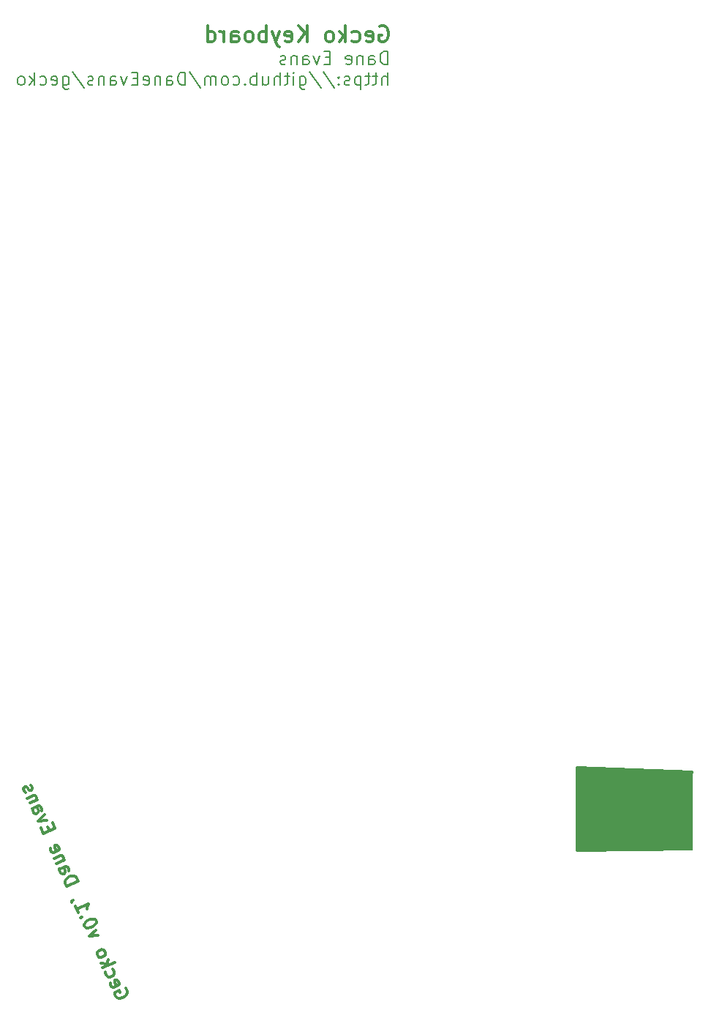
<source format=gbr>
%TF.GenerationSoftware,KiCad,Pcbnew,8.0.3*%
%TF.CreationDate,2024-09-02T20:30:28+10:00*%
%TF.ProjectId,Top_plate,546f705f-706c-4617-9465-2e6b69636164,rev?*%
%TF.SameCoordinates,Original*%
%TF.FileFunction,Copper,L2,Bot*%
%TF.FilePolarity,Positive*%
%FSLAX46Y46*%
G04 Gerber Fmt 4.6, Leading zero omitted, Abs format (unit mm)*
G04 Created by KiCad (PCBNEW 8.0.3) date 2024-09-02 20:30:28*
%MOMM*%
%LPD*%
G01*
G04 APERTURE LIST*
%ADD10C,0.350000*%
%TA.AperFunction,NonConductor*%
%ADD11C,0.350000*%
%TD*%
%ADD12C,0.200000*%
%TA.AperFunction,NonConductor*%
%ADD13C,0.200000*%
%TD*%
%ADD14C,0.300000*%
%TA.AperFunction,NonConductor*%
%ADD15C,0.300000*%
%TD*%
G04 APERTURE END LIST*
D10*
D11*
X99726884Y-21047228D02*
X99898313Y-20961514D01*
X99898313Y-20961514D02*
X100155455Y-20961514D01*
X100155455Y-20961514D02*
X100412598Y-21047228D01*
X100412598Y-21047228D02*
X100584027Y-21218657D01*
X100584027Y-21218657D02*
X100669741Y-21390085D01*
X100669741Y-21390085D02*
X100755455Y-21732942D01*
X100755455Y-21732942D02*
X100755455Y-21990085D01*
X100755455Y-21990085D02*
X100669741Y-22332942D01*
X100669741Y-22332942D02*
X100584027Y-22504371D01*
X100584027Y-22504371D02*
X100412598Y-22675800D01*
X100412598Y-22675800D02*
X100155455Y-22761514D01*
X100155455Y-22761514D02*
X99984027Y-22761514D01*
X99984027Y-22761514D02*
X99726884Y-22675800D01*
X99726884Y-22675800D02*
X99641170Y-22590085D01*
X99641170Y-22590085D02*
X99641170Y-21990085D01*
X99641170Y-21990085D02*
X99984027Y-21990085D01*
X98184027Y-22675800D02*
X98355455Y-22761514D01*
X98355455Y-22761514D02*
X98698313Y-22761514D01*
X98698313Y-22761514D02*
X98869741Y-22675800D01*
X98869741Y-22675800D02*
X98955455Y-22504371D01*
X98955455Y-22504371D02*
X98955455Y-21818657D01*
X98955455Y-21818657D02*
X98869741Y-21647228D01*
X98869741Y-21647228D02*
X98698313Y-21561514D01*
X98698313Y-21561514D02*
X98355455Y-21561514D01*
X98355455Y-21561514D02*
X98184027Y-21647228D01*
X98184027Y-21647228D02*
X98098313Y-21818657D01*
X98098313Y-21818657D02*
X98098313Y-21990085D01*
X98098313Y-21990085D02*
X98955455Y-22161514D01*
X96555456Y-22675800D02*
X96726884Y-22761514D01*
X96726884Y-22761514D02*
X97069741Y-22761514D01*
X97069741Y-22761514D02*
X97241170Y-22675800D01*
X97241170Y-22675800D02*
X97326884Y-22590085D01*
X97326884Y-22590085D02*
X97412598Y-22418657D01*
X97412598Y-22418657D02*
X97412598Y-21904371D01*
X97412598Y-21904371D02*
X97326884Y-21732942D01*
X97326884Y-21732942D02*
X97241170Y-21647228D01*
X97241170Y-21647228D02*
X97069741Y-21561514D01*
X97069741Y-21561514D02*
X96726884Y-21561514D01*
X96726884Y-21561514D02*
X96555456Y-21647228D01*
X95784027Y-22761514D02*
X95784027Y-20961514D01*
X95612599Y-22075800D02*
X95098313Y-22761514D01*
X95098313Y-21561514D02*
X95784027Y-22247228D01*
X94069741Y-22761514D02*
X94241170Y-22675800D01*
X94241170Y-22675800D02*
X94326884Y-22590085D01*
X94326884Y-22590085D02*
X94412598Y-22418657D01*
X94412598Y-22418657D02*
X94412598Y-21904371D01*
X94412598Y-21904371D02*
X94326884Y-21732942D01*
X94326884Y-21732942D02*
X94241170Y-21647228D01*
X94241170Y-21647228D02*
X94069741Y-21561514D01*
X94069741Y-21561514D02*
X93812598Y-21561514D01*
X93812598Y-21561514D02*
X93641170Y-21647228D01*
X93641170Y-21647228D02*
X93555456Y-21732942D01*
X93555456Y-21732942D02*
X93469741Y-21904371D01*
X93469741Y-21904371D02*
X93469741Y-22418657D01*
X93469741Y-22418657D02*
X93555456Y-22590085D01*
X93555456Y-22590085D02*
X93641170Y-22675800D01*
X93641170Y-22675800D02*
X93812598Y-22761514D01*
X93812598Y-22761514D02*
X94069741Y-22761514D01*
X91326884Y-22761514D02*
X91326884Y-20961514D01*
X90298313Y-22761514D02*
X91069741Y-21732942D01*
X90298313Y-20961514D02*
X91326884Y-21990085D01*
X88841170Y-22675800D02*
X89012598Y-22761514D01*
X89012598Y-22761514D02*
X89355456Y-22761514D01*
X89355456Y-22761514D02*
X89526884Y-22675800D01*
X89526884Y-22675800D02*
X89612598Y-22504371D01*
X89612598Y-22504371D02*
X89612598Y-21818657D01*
X89612598Y-21818657D02*
X89526884Y-21647228D01*
X89526884Y-21647228D02*
X89355456Y-21561514D01*
X89355456Y-21561514D02*
X89012598Y-21561514D01*
X89012598Y-21561514D02*
X88841170Y-21647228D01*
X88841170Y-21647228D02*
X88755456Y-21818657D01*
X88755456Y-21818657D02*
X88755456Y-21990085D01*
X88755456Y-21990085D02*
X89612598Y-22161514D01*
X88155456Y-21561514D02*
X87726884Y-22761514D01*
X87298313Y-21561514D02*
X87726884Y-22761514D01*
X87726884Y-22761514D02*
X87898313Y-23190085D01*
X87898313Y-23190085D02*
X87984027Y-23275800D01*
X87984027Y-23275800D02*
X88155456Y-23361514D01*
X86612598Y-22761514D02*
X86612598Y-20961514D01*
X86612598Y-21647228D02*
X86441170Y-21561514D01*
X86441170Y-21561514D02*
X86098312Y-21561514D01*
X86098312Y-21561514D02*
X85926884Y-21647228D01*
X85926884Y-21647228D02*
X85841170Y-21732942D01*
X85841170Y-21732942D02*
X85755455Y-21904371D01*
X85755455Y-21904371D02*
X85755455Y-22418657D01*
X85755455Y-22418657D02*
X85841170Y-22590085D01*
X85841170Y-22590085D02*
X85926884Y-22675800D01*
X85926884Y-22675800D02*
X86098312Y-22761514D01*
X86098312Y-22761514D02*
X86441170Y-22761514D01*
X86441170Y-22761514D02*
X86612598Y-22675800D01*
X84726884Y-22761514D02*
X84898313Y-22675800D01*
X84898313Y-22675800D02*
X84984027Y-22590085D01*
X84984027Y-22590085D02*
X85069741Y-22418657D01*
X85069741Y-22418657D02*
X85069741Y-21904371D01*
X85069741Y-21904371D02*
X84984027Y-21732942D01*
X84984027Y-21732942D02*
X84898313Y-21647228D01*
X84898313Y-21647228D02*
X84726884Y-21561514D01*
X84726884Y-21561514D02*
X84469741Y-21561514D01*
X84469741Y-21561514D02*
X84298313Y-21647228D01*
X84298313Y-21647228D02*
X84212599Y-21732942D01*
X84212599Y-21732942D02*
X84126884Y-21904371D01*
X84126884Y-21904371D02*
X84126884Y-22418657D01*
X84126884Y-22418657D02*
X84212599Y-22590085D01*
X84212599Y-22590085D02*
X84298313Y-22675800D01*
X84298313Y-22675800D02*
X84469741Y-22761514D01*
X84469741Y-22761514D02*
X84726884Y-22761514D01*
X82584028Y-22761514D02*
X82584028Y-21818657D01*
X82584028Y-21818657D02*
X82669742Y-21647228D01*
X82669742Y-21647228D02*
X82841170Y-21561514D01*
X82841170Y-21561514D02*
X83184028Y-21561514D01*
X83184028Y-21561514D02*
X83355456Y-21647228D01*
X82584028Y-22675800D02*
X82755456Y-22761514D01*
X82755456Y-22761514D02*
X83184028Y-22761514D01*
X83184028Y-22761514D02*
X83355456Y-22675800D01*
X83355456Y-22675800D02*
X83441170Y-22504371D01*
X83441170Y-22504371D02*
X83441170Y-22332942D01*
X83441170Y-22332942D02*
X83355456Y-22161514D01*
X83355456Y-22161514D02*
X83184028Y-22075800D01*
X83184028Y-22075800D02*
X82755456Y-22075800D01*
X82755456Y-22075800D02*
X82584028Y-21990085D01*
X81726885Y-22761514D02*
X81726885Y-21561514D01*
X81726885Y-21904371D02*
X81641171Y-21732942D01*
X81641171Y-21732942D02*
X81555457Y-21647228D01*
X81555457Y-21647228D02*
X81384028Y-21561514D01*
X81384028Y-21561514D02*
X81212599Y-21561514D01*
X79841171Y-22761514D02*
X79841171Y-20961514D01*
X79841171Y-22675800D02*
X80012599Y-22761514D01*
X80012599Y-22761514D02*
X80355456Y-22761514D01*
X80355456Y-22761514D02*
X80526885Y-22675800D01*
X80526885Y-22675800D02*
X80612599Y-22590085D01*
X80612599Y-22590085D02*
X80698313Y-22418657D01*
X80698313Y-22418657D02*
X80698313Y-21904371D01*
X80698313Y-21904371D02*
X80612599Y-21732942D01*
X80612599Y-21732942D02*
X80526885Y-21647228D01*
X80526885Y-21647228D02*
X80355456Y-21561514D01*
X80355456Y-21561514D02*
X80012599Y-21561514D01*
X80012599Y-21561514D02*
X79841171Y-21647228D01*
D12*
D13*
X100639855Y-25391112D02*
X100639855Y-23891112D01*
X100639855Y-23891112D02*
X100282712Y-23891112D01*
X100282712Y-23891112D02*
X100068426Y-23962541D01*
X100068426Y-23962541D02*
X99925569Y-24105398D01*
X99925569Y-24105398D02*
X99854140Y-24248255D01*
X99854140Y-24248255D02*
X99782712Y-24533969D01*
X99782712Y-24533969D02*
X99782712Y-24748255D01*
X99782712Y-24748255D02*
X99854140Y-25033969D01*
X99854140Y-25033969D02*
X99925569Y-25176826D01*
X99925569Y-25176826D02*
X100068426Y-25319684D01*
X100068426Y-25319684D02*
X100282712Y-25391112D01*
X100282712Y-25391112D02*
X100639855Y-25391112D01*
X98496998Y-25391112D02*
X98496998Y-24605398D01*
X98496998Y-24605398D02*
X98568426Y-24462541D01*
X98568426Y-24462541D02*
X98711283Y-24391112D01*
X98711283Y-24391112D02*
X98996998Y-24391112D01*
X98996998Y-24391112D02*
X99139855Y-24462541D01*
X98496998Y-25319684D02*
X98639855Y-25391112D01*
X98639855Y-25391112D02*
X98996998Y-25391112D01*
X98996998Y-25391112D02*
X99139855Y-25319684D01*
X99139855Y-25319684D02*
X99211283Y-25176826D01*
X99211283Y-25176826D02*
X99211283Y-25033969D01*
X99211283Y-25033969D02*
X99139855Y-24891112D01*
X99139855Y-24891112D02*
X98996998Y-24819684D01*
X98996998Y-24819684D02*
X98639855Y-24819684D01*
X98639855Y-24819684D02*
X98496998Y-24748255D01*
X97782712Y-24391112D02*
X97782712Y-25391112D01*
X97782712Y-24533969D02*
X97711283Y-24462541D01*
X97711283Y-24462541D02*
X97568426Y-24391112D01*
X97568426Y-24391112D02*
X97354140Y-24391112D01*
X97354140Y-24391112D02*
X97211283Y-24462541D01*
X97211283Y-24462541D02*
X97139855Y-24605398D01*
X97139855Y-24605398D02*
X97139855Y-25391112D01*
X95854140Y-25319684D02*
X95996997Y-25391112D01*
X95996997Y-25391112D02*
X96282712Y-25391112D01*
X96282712Y-25391112D02*
X96425569Y-25319684D01*
X96425569Y-25319684D02*
X96496997Y-25176826D01*
X96496997Y-25176826D02*
X96496997Y-24605398D01*
X96496997Y-24605398D02*
X96425569Y-24462541D01*
X96425569Y-24462541D02*
X96282712Y-24391112D01*
X96282712Y-24391112D02*
X95996997Y-24391112D01*
X95996997Y-24391112D02*
X95854140Y-24462541D01*
X95854140Y-24462541D02*
X95782712Y-24605398D01*
X95782712Y-24605398D02*
X95782712Y-24748255D01*
X95782712Y-24748255D02*
X96496997Y-24891112D01*
X93996998Y-24605398D02*
X93496998Y-24605398D01*
X93282712Y-25391112D02*
X93996998Y-25391112D01*
X93996998Y-25391112D02*
X93996998Y-23891112D01*
X93996998Y-23891112D02*
X93282712Y-23891112D01*
X92782712Y-24391112D02*
X92425569Y-25391112D01*
X92425569Y-25391112D02*
X92068426Y-24391112D01*
X90854141Y-25391112D02*
X90854141Y-24605398D01*
X90854141Y-24605398D02*
X90925569Y-24462541D01*
X90925569Y-24462541D02*
X91068426Y-24391112D01*
X91068426Y-24391112D02*
X91354141Y-24391112D01*
X91354141Y-24391112D02*
X91496998Y-24462541D01*
X90854141Y-25319684D02*
X90996998Y-25391112D01*
X90996998Y-25391112D02*
X91354141Y-25391112D01*
X91354141Y-25391112D02*
X91496998Y-25319684D01*
X91496998Y-25319684D02*
X91568426Y-25176826D01*
X91568426Y-25176826D02*
X91568426Y-25033969D01*
X91568426Y-25033969D02*
X91496998Y-24891112D01*
X91496998Y-24891112D02*
X91354141Y-24819684D01*
X91354141Y-24819684D02*
X90996998Y-24819684D01*
X90996998Y-24819684D02*
X90854141Y-24748255D01*
X90139855Y-24391112D02*
X90139855Y-25391112D01*
X90139855Y-24533969D02*
X90068426Y-24462541D01*
X90068426Y-24462541D02*
X89925569Y-24391112D01*
X89925569Y-24391112D02*
X89711283Y-24391112D01*
X89711283Y-24391112D02*
X89568426Y-24462541D01*
X89568426Y-24462541D02*
X89496998Y-24605398D01*
X89496998Y-24605398D02*
X89496998Y-25391112D01*
X88854140Y-25319684D02*
X88711283Y-25391112D01*
X88711283Y-25391112D02*
X88425569Y-25391112D01*
X88425569Y-25391112D02*
X88282712Y-25319684D01*
X88282712Y-25319684D02*
X88211283Y-25176826D01*
X88211283Y-25176826D02*
X88211283Y-25105398D01*
X88211283Y-25105398D02*
X88282712Y-24962541D01*
X88282712Y-24962541D02*
X88425569Y-24891112D01*
X88425569Y-24891112D02*
X88639855Y-24891112D01*
X88639855Y-24891112D02*
X88782712Y-24819684D01*
X88782712Y-24819684D02*
X88854140Y-24676826D01*
X88854140Y-24676826D02*
X88854140Y-24605398D01*
X88854140Y-24605398D02*
X88782712Y-24462541D01*
X88782712Y-24462541D02*
X88639855Y-24391112D01*
X88639855Y-24391112D02*
X88425569Y-24391112D01*
X88425569Y-24391112D02*
X88282712Y-24462541D01*
X100639855Y-27806028D02*
X100639855Y-26306028D01*
X99996998Y-27806028D02*
X99996998Y-27020314D01*
X99996998Y-27020314D02*
X100068426Y-26877457D01*
X100068426Y-26877457D02*
X100211283Y-26806028D01*
X100211283Y-26806028D02*
X100425569Y-26806028D01*
X100425569Y-26806028D02*
X100568426Y-26877457D01*
X100568426Y-26877457D02*
X100639855Y-26948885D01*
X99496997Y-26806028D02*
X98925569Y-26806028D01*
X99282712Y-26306028D02*
X99282712Y-27591742D01*
X99282712Y-27591742D02*
X99211283Y-27734600D01*
X99211283Y-27734600D02*
X99068426Y-27806028D01*
X99068426Y-27806028D02*
X98925569Y-27806028D01*
X98639854Y-26806028D02*
X98068426Y-26806028D01*
X98425569Y-26306028D02*
X98425569Y-27591742D01*
X98425569Y-27591742D02*
X98354140Y-27734600D01*
X98354140Y-27734600D02*
X98211283Y-27806028D01*
X98211283Y-27806028D02*
X98068426Y-27806028D01*
X97568426Y-26806028D02*
X97568426Y-28306028D01*
X97568426Y-26877457D02*
X97425569Y-26806028D01*
X97425569Y-26806028D02*
X97139854Y-26806028D01*
X97139854Y-26806028D02*
X96996997Y-26877457D01*
X96996997Y-26877457D02*
X96925569Y-26948885D01*
X96925569Y-26948885D02*
X96854140Y-27091742D01*
X96854140Y-27091742D02*
X96854140Y-27520314D01*
X96854140Y-27520314D02*
X96925569Y-27663171D01*
X96925569Y-27663171D02*
X96996997Y-27734600D01*
X96996997Y-27734600D02*
X97139854Y-27806028D01*
X97139854Y-27806028D02*
X97425569Y-27806028D01*
X97425569Y-27806028D02*
X97568426Y-27734600D01*
X96282711Y-27734600D02*
X96139854Y-27806028D01*
X96139854Y-27806028D02*
X95854140Y-27806028D01*
X95854140Y-27806028D02*
X95711283Y-27734600D01*
X95711283Y-27734600D02*
X95639854Y-27591742D01*
X95639854Y-27591742D02*
X95639854Y-27520314D01*
X95639854Y-27520314D02*
X95711283Y-27377457D01*
X95711283Y-27377457D02*
X95854140Y-27306028D01*
X95854140Y-27306028D02*
X96068426Y-27306028D01*
X96068426Y-27306028D02*
X96211283Y-27234600D01*
X96211283Y-27234600D02*
X96282711Y-27091742D01*
X96282711Y-27091742D02*
X96282711Y-27020314D01*
X96282711Y-27020314D02*
X96211283Y-26877457D01*
X96211283Y-26877457D02*
X96068426Y-26806028D01*
X96068426Y-26806028D02*
X95854140Y-26806028D01*
X95854140Y-26806028D02*
X95711283Y-26877457D01*
X94996997Y-27663171D02*
X94925568Y-27734600D01*
X94925568Y-27734600D02*
X94996997Y-27806028D01*
X94996997Y-27806028D02*
X95068425Y-27734600D01*
X95068425Y-27734600D02*
X94996997Y-27663171D01*
X94996997Y-27663171D02*
X94996997Y-27806028D01*
X94996997Y-26877457D02*
X94925568Y-26948885D01*
X94925568Y-26948885D02*
X94996997Y-27020314D01*
X94996997Y-27020314D02*
X95068425Y-26948885D01*
X95068425Y-26948885D02*
X94996997Y-26877457D01*
X94996997Y-26877457D02*
X94996997Y-27020314D01*
X93211282Y-26234600D02*
X94496996Y-28163171D01*
X91639853Y-26234600D02*
X92925567Y-28163171D01*
X90496996Y-26806028D02*
X90496996Y-28020314D01*
X90496996Y-28020314D02*
X90568424Y-28163171D01*
X90568424Y-28163171D02*
X90639853Y-28234600D01*
X90639853Y-28234600D02*
X90782710Y-28306028D01*
X90782710Y-28306028D02*
X90996996Y-28306028D01*
X90996996Y-28306028D02*
X91139853Y-28234600D01*
X90496996Y-27734600D02*
X90639853Y-27806028D01*
X90639853Y-27806028D02*
X90925567Y-27806028D01*
X90925567Y-27806028D02*
X91068424Y-27734600D01*
X91068424Y-27734600D02*
X91139853Y-27663171D01*
X91139853Y-27663171D02*
X91211281Y-27520314D01*
X91211281Y-27520314D02*
X91211281Y-27091742D01*
X91211281Y-27091742D02*
X91139853Y-26948885D01*
X91139853Y-26948885D02*
X91068424Y-26877457D01*
X91068424Y-26877457D02*
X90925567Y-26806028D01*
X90925567Y-26806028D02*
X90639853Y-26806028D01*
X90639853Y-26806028D02*
X90496996Y-26877457D01*
X89782710Y-27806028D02*
X89782710Y-26806028D01*
X89782710Y-26306028D02*
X89854138Y-26377457D01*
X89854138Y-26377457D02*
X89782710Y-26448885D01*
X89782710Y-26448885D02*
X89711281Y-26377457D01*
X89711281Y-26377457D02*
X89782710Y-26306028D01*
X89782710Y-26306028D02*
X89782710Y-26448885D01*
X89282709Y-26806028D02*
X88711281Y-26806028D01*
X89068424Y-26306028D02*
X89068424Y-27591742D01*
X89068424Y-27591742D02*
X88996995Y-27734600D01*
X88996995Y-27734600D02*
X88854138Y-27806028D01*
X88854138Y-27806028D02*
X88711281Y-27806028D01*
X88211281Y-27806028D02*
X88211281Y-26306028D01*
X87568424Y-27806028D02*
X87568424Y-27020314D01*
X87568424Y-27020314D02*
X87639852Y-26877457D01*
X87639852Y-26877457D02*
X87782709Y-26806028D01*
X87782709Y-26806028D02*
X87996995Y-26806028D01*
X87996995Y-26806028D02*
X88139852Y-26877457D01*
X88139852Y-26877457D02*
X88211281Y-26948885D01*
X86211281Y-26806028D02*
X86211281Y-27806028D01*
X86854138Y-26806028D02*
X86854138Y-27591742D01*
X86854138Y-27591742D02*
X86782709Y-27734600D01*
X86782709Y-27734600D02*
X86639852Y-27806028D01*
X86639852Y-27806028D02*
X86425566Y-27806028D01*
X86425566Y-27806028D02*
X86282709Y-27734600D01*
X86282709Y-27734600D02*
X86211281Y-27663171D01*
X85496995Y-27806028D02*
X85496995Y-26306028D01*
X85496995Y-26877457D02*
X85354138Y-26806028D01*
X85354138Y-26806028D02*
X85068423Y-26806028D01*
X85068423Y-26806028D02*
X84925566Y-26877457D01*
X84925566Y-26877457D02*
X84854138Y-26948885D01*
X84854138Y-26948885D02*
X84782709Y-27091742D01*
X84782709Y-27091742D02*
X84782709Y-27520314D01*
X84782709Y-27520314D02*
X84854138Y-27663171D01*
X84854138Y-27663171D02*
X84925566Y-27734600D01*
X84925566Y-27734600D02*
X85068423Y-27806028D01*
X85068423Y-27806028D02*
X85354138Y-27806028D01*
X85354138Y-27806028D02*
X85496995Y-27734600D01*
X84139852Y-27663171D02*
X84068423Y-27734600D01*
X84068423Y-27734600D02*
X84139852Y-27806028D01*
X84139852Y-27806028D02*
X84211280Y-27734600D01*
X84211280Y-27734600D02*
X84139852Y-27663171D01*
X84139852Y-27663171D02*
X84139852Y-27806028D01*
X82782709Y-27734600D02*
X82925566Y-27806028D01*
X82925566Y-27806028D02*
X83211280Y-27806028D01*
X83211280Y-27806028D02*
X83354137Y-27734600D01*
X83354137Y-27734600D02*
X83425566Y-27663171D01*
X83425566Y-27663171D02*
X83496994Y-27520314D01*
X83496994Y-27520314D02*
X83496994Y-27091742D01*
X83496994Y-27091742D02*
X83425566Y-26948885D01*
X83425566Y-26948885D02*
X83354137Y-26877457D01*
X83354137Y-26877457D02*
X83211280Y-26806028D01*
X83211280Y-26806028D02*
X82925566Y-26806028D01*
X82925566Y-26806028D02*
X82782709Y-26877457D01*
X81925566Y-27806028D02*
X82068423Y-27734600D01*
X82068423Y-27734600D02*
X82139852Y-27663171D01*
X82139852Y-27663171D02*
X82211280Y-27520314D01*
X82211280Y-27520314D02*
X82211280Y-27091742D01*
X82211280Y-27091742D02*
X82139852Y-26948885D01*
X82139852Y-26948885D02*
X82068423Y-26877457D01*
X82068423Y-26877457D02*
X81925566Y-26806028D01*
X81925566Y-26806028D02*
X81711280Y-26806028D01*
X81711280Y-26806028D02*
X81568423Y-26877457D01*
X81568423Y-26877457D02*
X81496995Y-26948885D01*
X81496995Y-26948885D02*
X81425566Y-27091742D01*
X81425566Y-27091742D02*
X81425566Y-27520314D01*
X81425566Y-27520314D02*
X81496995Y-27663171D01*
X81496995Y-27663171D02*
X81568423Y-27734600D01*
X81568423Y-27734600D02*
X81711280Y-27806028D01*
X81711280Y-27806028D02*
X81925566Y-27806028D01*
X80782709Y-27806028D02*
X80782709Y-26806028D01*
X80782709Y-26948885D02*
X80711280Y-26877457D01*
X80711280Y-26877457D02*
X80568423Y-26806028D01*
X80568423Y-26806028D02*
X80354137Y-26806028D01*
X80354137Y-26806028D02*
X80211280Y-26877457D01*
X80211280Y-26877457D02*
X80139852Y-27020314D01*
X80139852Y-27020314D02*
X80139852Y-27806028D01*
X80139852Y-27020314D02*
X80068423Y-26877457D01*
X80068423Y-26877457D02*
X79925566Y-26806028D01*
X79925566Y-26806028D02*
X79711280Y-26806028D01*
X79711280Y-26806028D02*
X79568423Y-26877457D01*
X79568423Y-26877457D02*
X79496994Y-27020314D01*
X79496994Y-27020314D02*
X79496994Y-27806028D01*
X77711280Y-26234600D02*
X78996994Y-28163171D01*
X77211280Y-27806028D02*
X77211280Y-26306028D01*
X77211280Y-26306028D02*
X76854137Y-26306028D01*
X76854137Y-26306028D02*
X76639851Y-26377457D01*
X76639851Y-26377457D02*
X76496994Y-26520314D01*
X76496994Y-26520314D02*
X76425565Y-26663171D01*
X76425565Y-26663171D02*
X76354137Y-26948885D01*
X76354137Y-26948885D02*
X76354137Y-27163171D01*
X76354137Y-27163171D02*
X76425565Y-27448885D01*
X76425565Y-27448885D02*
X76496994Y-27591742D01*
X76496994Y-27591742D02*
X76639851Y-27734600D01*
X76639851Y-27734600D02*
X76854137Y-27806028D01*
X76854137Y-27806028D02*
X77211280Y-27806028D01*
X75068423Y-27806028D02*
X75068423Y-27020314D01*
X75068423Y-27020314D02*
X75139851Y-26877457D01*
X75139851Y-26877457D02*
X75282708Y-26806028D01*
X75282708Y-26806028D02*
X75568423Y-26806028D01*
X75568423Y-26806028D02*
X75711280Y-26877457D01*
X75068423Y-27734600D02*
X75211280Y-27806028D01*
X75211280Y-27806028D02*
X75568423Y-27806028D01*
X75568423Y-27806028D02*
X75711280Y-27734600D01*
X75711280Y-27734600D02*
X75782708Y-27591742D01*
X75782708Y-27591742D02*
X75782708Y-27448885D01*
X75782708Y-27448885D02*
X75711280Y-27306028D01*
X75711280Y-27306028D02*
X75568423Y-27234600D01*
X75568423Y-27234600D02*
X75211280Y-27234600D01*
X75211280Y-27234600D02*
X75068423Y-27163171D01*
X74354137Y-26806028D02*
X74354137Y-27806028D01*
X74354137Y-26948885D02*
X74282708Y-26877457D01*
X74282708Y-26877457D02*
X74139851Y-26806028D01*
X74139851Y-26806028D02*
X73925565Y-26806028D01*
X73925565Y-26806028D02*
X73782708Y-26877457D01*
X73782708Y-26877457D02*
X73711280Y-27020314D01*
X73711280Y-27020314D02*
X73711280Y-27806028D01*
X72425565Y-27734600D02*
X72568422Y-27806028D01*
X72568422Y-27806028D02*
X72854137Y-27806028D01*
X72854137Y-27806028D02*
X72996994Y-27734600D01*
X72996994Y-27734600D02*
X73068422Y-27591742D01*
X73068422Y-27591742D02*
X73068422Y-27020314D01*
X73068422Y-27020314D02*
X72996994Y-26877457D01*
X72996994Y-26877457D02*
X72854137Y-26806028D01*
X72854137Y-26806028D02*
X72568422Y-26806028D01*
X72568422Y-26806028D02*
X72425565Y-26877457D01*
X72425565Y-26877457D02*
X72354137Y-27020314D01*
X72354137Y-27020314D02*
X72354137Y-27163171D01*
X72354137Y-27163171D02*
X73068422Y-27306028D01*
X71711280Y-27020314D02*
X71211280Y-27020314D01*
X70996994Y-27806028D02*
X71711280Y-27806028D01*
X71711280Y-27806028D02*
X71711280Y-26306028D01*
X71711280Y-26306028D02*
X70996994Y-26306028D01*
X70496994Y-26806028D02*
X70139851Y-27806028D01*
X70139851Y-27806028D02*
X69782708Y-26806028D01*
X68568423Y-27806028D02*
X68568423Y-27020314D01*
X68568423Y-27020314D02*
X68639851Y-26877457D01*
X68639851Y-26877457D02*
X68782708Y-26806028D01*
X68782708Y-26806028D02*
X69068423Y-26806028D01*
X69068423Y-26806028D02*
X69211280Y-26877457D01*
X68568423Y-27734600D02*
X68711280Y-27806028D01*
X68711280Y-27806028D02*
X69068423Y-27806028D01*
X69068423Y-27806028D02*
X69211280Y-27734600D01*
X69211280Y-27734600D02*
X69282708Y-27591742D01*
X69282708Y-27591742D02*
X69282708Y-27448885D01*
X69282708Y-27448885D02*
X69211280Y-27306028D01*
X69211280Y-27306028D02*
X69068423Y-27234600D01*
X69068423Y-27234600D02*
X68711280Y-27234600D01*
X68711280Y-27234600D02*
X68568423Y-27163171D01*
X67854137Y-26806028D02*
X67854137Y-27806028D01*
X67854137Y-26948885D02*
X67782708Y-26877457D01*
X67782708Y-26877457D02*
X67639851Y-26806028D01*
X67639851Y-26806028D02*
X67425565Y-26806028D01*
X67425565Y-26806028D02*
X67282708Y-26877457D01*
X67282708Y-26877457D02*
X67211280Y-27020314D01*
X67211280Y-27020314D02*
X67211280Y-27806028D01*
X66568422Y-27734600D02*
X66425565Y-27806028D01*
X66425565Y-27806028D02*
X66139851Y-27806028D01*
X66139851Y-27806028D02*
X65996994Y-27734600D01*
X65996994Y-27734600D02*
X65925565Y-27591742D01*
X65925565Y-27591742D02*
X65925565Y-27520314D01*
X65925565Y-27520314D02*
X65996994Y-27377457D01*
X65996994Y-27377457D02*
X66139851Y-27306028D01*
X66139851Y-27306028D02*
X66354137Y-27306028D01*
X66354137Y-27306028D02*
X66496994Y-27234600D01*
X66496994Y-27234600D02*
X66568422Y-27091742D01*
X66568422Y-27091742D02*
X66568422Y-27020314D01*
X66568422Y-27020314D02*
X66496994Y-26877457D01*
X66496994Y-26877457D02*
X66354137Y-26806028D01*
X66354137Y-26806028D02*
X66139851Y-26806028D01*
X66139851Y-26806028D02*
X65996994Y-26877457D01*
X64211279Y-26234600D02*
X65496993Y-28163171D01*
X63068422Y-26806028D02*
X63068422Y-28020314D01*
X63068422Y-28020314D02*
X63139850Y-28163171D01*
X63139850Y-28163171D02*
X63211279Y-28234600D01*
X63211279Y-28234600D02*
X63354136Y-28306028D01*
X63354136Y-28306028D02*
X63568422Y-28306028D01*
X63568422Y-28306028D02*
X63711279Y-28234600D01*
X63068422Y-27734600D02*
X63211279Y-27806028D01*
X63211279Y-27806028D02*
X63496993Y-27806028D01*
X63496993Y-27806028D02*
X63639850Y-27734600D01*
X63639850Y-27734600D02*
X63711279Y-27663171D01*
X63711279Y-27663171D02*
X63782707Y-27520314D01*
X63782707Y-27520314D02*
X63782707Y-27091742D01*
X63782707Y-27091742D02*
X63711279Y-26948885D01*
X63711279Y-26948885D02*
X63639850Y-26877457D01*
X63639850Y-26877457D02*
X63496993Y-26806028D01*
X63496993Y-26806028D02*
X63211279Y-26806028D01*
X63211279Y-26806028D02*
X63068422Y-26877457D01*
X61782707Y-27734600D02*
X61925564Y-27806028D01*
X61925564Y-27806028D02*
X62211279Y-27806028D01*
X62211279Y-27806028D02*
X62354136Y-27734600D01*
X62354136Y-27734600D02*
X62425564Y-27591742D01*
X62425564Y-27591742D02*
X62425564Y-27020314D01*
X62425564Y-27020314D02*
X62354136Y-26877457D01*
X62354136Y-26877457D02*
X62211279Y-26806028D01*
X62211279Y-26806028D02*
X61925564Y-26806028D01*
X61925564Y-26806028D02*
X61782707Y-26877457D01*
X61782707Y-26877457D02*
X61711279Y-27020314D01*
X61711279Y-27020314D02*
X61711279Y-27163171D01*
X61711279Y-27163171D02*
X62425564Y-27306028D01*
X60425565Y-27734600D02*
X60568422Y-27806028D01*
X60568422Y-27806028D02*
X60854136Y-27806028D01*
X60854136Y-27806028D02*
X60996993Y-27734600D01*
X60996993Y-27734600D02*
X61068422Y-27663171D01*
X61068422Y-27663171D02*
X61139850Y-27520314D01*
X61139850Y-27520314D02*
X61139850Y-27091742D01*
X61139850Y-27091742D02*
X61068422Y-26948885D01*
X61068422Y-26948885D02*
X60996993Y-26877457D01*
X60996993Y-26877457D02*
X60854136Y-26806028D01*
X60854136Y-26806028D02*
X60568422Y-26806028D01*
X60568422Y-26806028D02*
X60425565Y-26877457D01*
X59782708Y-27806028D02*
X59782708Y-26306028D01*
X59639851Y-27234600D02*
X59211279Y-27806028D01*
X59211279Y-26806028D02*
X59782708Y-27377457D01*
X58354136Y-27806028D02*
X58496993Y-27734600D01*
X58496993Y-27734600D02*
X58568422Y-27663171D01*
X58568422Y-27663171D02*
X58639850Y-27520314D01*
X58639850Y-27520314D02*
X58639850Y-27091742D01*
X58639850Y-27091742D02*
X58568422Y-26948885D01*
X58568422Y-26948885D02*
X58496993Y-26877457D01*
X58496993Y-26877457D02*
X58354136Y-26806028D01*
X58354136Y-26806028D02*
X58139850Y-26806028D01*
X58139850Y-26806028D02*
X57996993Y-26877457D01*
X57996993Y-26877457D02*
X57925565Y-26948885D01*
X57925565Y-26948885D02*
X57854136Y-27091742D01*
X57854136Y-27091742D02*
X57854136Y-27520314D01*
X57854136Y-27520314D02*
X57925565Y-27663171D01*
X57925565Y-27663171D02*
X57996993Y-27734600D01*
X57996993Y-27734600D02*
X58139850Y-27806028D01*
X58139850Y-27806028D02*
X58354136Y-27806028D01*
D14*
D15*
X70321898Y-132203580D02*
X70445256Y-132305034D01*
X70445256Y-132305034D02*
X70532414Y-132500794D01*
X70532414Y-132500794D02*
X70554319Y-132725606D01*
X70554319Y-132725606D02*
X70481918Y-132914218D01*
X70481918Y-132914218D02*
X70380464Y-133037576D01*
X70380464Y-133037576D02*
X70148503Y-133219040D01*
X70148503Y-133219040D02*
X69952744Y-133306198D01*
X69952744Y-133306198D02*
X69662678Y-133357155D01*
X69662678Y-133357155D02*
X69503119Y-133350007D01*
X69503119Y-133350007D02*
X69314507Y-133277606D01*
X69314507Y-133277606D02*
X69162096Y-133110899D01*
X69162096Y-133110899D02*
X69103991Y-132980392D01*
X69103991Y-132980392D02*
X69082086Y-132755580D01*
X69082086Y-132755580D02*
X69118287Y-132661274D01*
X69118287Y-132661274D02*
X69575060Y-132457906D01*
X69575060Y-132457906D02*
X69691270Y-132718919D01*
X68559139Y-131581022D02*
X68551991Y-131740581D01*
X68551991Y-131740581D02*
X68668202Y-132001594D01*
X68668202Y-132001594D02*
X68791560Y-132103048D01*
X68791560Y-132103048D02*
X68951119Y-132110196D01*
X68951119Y-132110196D02*
X69473145Y-131877775D01*
X69473145Y-131877775D02*
X69574599Y-131754416D01*
X69574599Y-131754416D02*
X69581747Y-131594857D01*
X69581747Y-131594857D02*
X69465537Y-131333844D01*
X69465537Y-131333844D02*
X69342178Y-131232390D01*
X69342178Y-131232390D02*
X69182619Y-131225242D01*
X69182619Y-131225242D02*
X69052112Y-131283347D01*
X69052112Y-131283347D02*
X69212132Y-131993985D01*
X68007139Y-130341210D02*
X67999991Y-130500769D01*
X67999991Y-130500769D02*
X68116202Y-130761782D01*
X68116202Y-130761782D02*
X68239560Y-130863236D01*
X68239560Y-130863236D02*
X68333866Y-130899437D01*
X68333866Y-130899437D02*
X68493425Y-130906585D01*
X68493425Y-130906585D02*
X68884945Y-130732269D01*
X68884945Y-130732269D02*
X68986399Y-130608911D01*
X68986399Y-130608911D02*
X69022599Y-130514605D01*
X69022599Y-130514605D02*
X69029747Y-130355046D01*
X69029747Y-130355046D02*
X68913537Y-130094033D01*
X68913537Y-130094033D02*
X68790178Y-129992579D01*
X67680413Y-129782984D02*
X69050731Y-129172879D01*
X68144334Y-129420056D02*
X67447992Y-129260958D01*
X68361537Y-128854221D02*
X68071932Y-129608668D01*
X67099360Y-128477919D02*
X67222719Y-128579372D01*
X67222719Y-128579372D02*
X67317025Y-128615573D01*
X67317025Y-128615573D02*
X67476584Y-128622721D01*
X67476584Y-128622721D02*
X67868103Y-128448405D01*
X67868103Y-128448405D02*
X67969557Y-128325047D01*
X67969557Y-128325047D02*
X68005758Y-128230741D01*
X68005758Y-128230741D02*
X68012906Y-128071182D01*
X68012906Y-128071182D02*
X67925748Y-127875422D01*
X67925748Y-127875422D02*
X67802389Y-127773968D01*
X67802389Y-127773968D02*
X67708084Y-127737768D01*
X67708084Y-127737768D02*
X67548524Y-127730620D01*
X67548524Y-127730620D02*
X67157005Y-127904935D01*
X67157005Y-127904935D02*
X67055551Y-128028294D01*
X67055551Y-128028294D02*
X67019351Y-128122600D01*
X67019351Y-128122600D02*
X67012202Y-128282159D01*
X67012202Y-128282159D02*
X67099360Y-128477919D01*
X67141327Y-126113584D02*
X66082519Y-126194055D01*
X66082519Y-126194055D02*
X66850801Y-125461052D01*
X66958942Y-124474645D02*
X66900837Y-124344138D01*
X66900837Y-124344138D02*
X66777479Y-124242685D01*
X66777479Y-124242685D02*
X66683173Y-124206484D01*
X66683173Y-124206484D02*
X66523614Y-124199336D01*
X66523614Y-124199336D02*
X66233548Y-124250293D01*
X66233548Y-124250293D02*
X65907282Y-124395556D01*
X65907282Y-124395556D02*
X65675322Y-124577020D01*
X65675322Y-124577020D02*
X65573868Y-124700378D01*
X65573868Y-124700378D02*
X65537667Y-124794684D01*
X65537667Y-124794684D02*
X65530519Y-124954243D01*
X65530519Y-124954243D02*
X65588624Y-125084750D01*
X65588624Y-125084750D02*
X65711983Y-125186204D01*
X65711983Y-125186204D02*
X65806289Y-125222404D01*
X65806289Y-125222404D02*
X65965848Y-125229552D01*
X65965848Y-125229552D02*
X66255913Y-125178595D01*
X66255913Y-125178595D02*
X66582180Y-125033332D01*
X66582180Y-125033332D02*
X66814140Y-124851868D01*
X66814140Y-124851868D02*
X66915594Y-124728510D01*
X66915594Y-124728510D02*
X66951794Y-124634204D01*
X66951794Y-124634204D02*
X66958942Y-124474645D01*
X65254289Y-123982593D02*
X65159983Y-123946392D01*
X65159983Y-123946392D02*
X65123783Y-124040698D01*
X65123783Y-124040698D02*
X65218088Y-124076899D01*
X65218088Y-124076899D02*
X65254289Y-123982593D01*
X65254289Y-123982593D02*
X65123783Y-124040698D01*
X64513678Y-122670380D02*
X64862309Y-123453419D01*
X64687993Y-123061899D02*
X66058311Y-122451794D01*
X66058311Y-122451794D02*
X65920657Y-122669459D01*
X65920657Y-122669459D02*
X65848256Y-122858070D01*
X65848256Y-122858070D02*
X65841108Y-123017630D01*
X64288405Y-121988795D02*
X64223152Y-122017848D01*
X64223152Y-122017848D02*
X64121698Y-122141206D01*
X64121698Y-122141206D02*
X64085497Y-122235512D01*
X63496836Y-120386516D02*
X64867154Y-119776411D01*
X64867154Y-119776411D02*
X64721891Y-119450145D01*
X64721891Y-119450145D02*
X64569480Y-119283438D01*
X64569480Y-119283438D02*
X64380868Y-119211037D01*
X64380868Y-119211037D02*
X64221309Y-119203889D01*
X64221309Y-119203889D02*
X63931244Y-119254846D01*
X63931244Y-119254846D02*
X63735484Y-119342004D01*
X63735484Y-119342004D02*
X63503523Y-119523468D01*
X63503523Y-119523468D02*
X63402070Y-119646826D01*
X63402070Y-119646826D02*
X63329668Y-119835438D01*
X63329668Y-119835438D02*
X63351573Y-120060250D01*
X63351573Y-120060250D02*
X63496836Y-120386516D01*
X62625258Y-118428919D02*
X63343043Y-118109340D01*
X63343043Y-118109340D02*
X63502602Y-118116488D01*
X63502602Y-118116488D02*
X63625961Y-118217942D01*
X63625961Y-118217942D02*
X63742171Y-118478955D01*
X63742171Y-118478955D02*
X63735023Y-118638514D01*
X62690511Y-118399866D02*
X62683363Y-118559426D01*
X62683363Y-118559426D02*
X62828626Y-118885692D01*
X62828626Y-118885692D02*
X62951984Y-118987146D01*
X62951984Y-118987146D02*
X63111543Y-118994294D01*
X63111543Y-118994294D02*
X63242050Y-118936188D01*
X63242050Y-118936188D02*
X63343504Y-118812830D01*
X63343504Y-118812830D02*
X63350652Y-118653271D01*
X63350652Y-118653271D02*
X63205389Y-118327005D01*
X63205389Y-118327005D02*
X63212537Y-118167445D01*
X63248277Y-117369650D02*
X62334731Y-117776386D01*
X63117770Y-117427755D02*
X63153971Y-117333449D01*
X63153971Y-117333449D02*
X63161119Y-117173890D01*
X63161119Y-117173890D02*
X63073961Y-116978130D01*
X63073961Y-116978130D02*
X62950603Y-116876676D01*
X62950603Y-116876676D02*
X62791043Y-116869528D01*
X62791043Y-116869528D02*
X62073258Y-117189107D01*
X61615564Y-115985496D02*
X61608416Y-116145055D01*
X61608416Y-116145055D02*
X61724626Y-116406068D01*
X61724626Y-116406068D02*
X61847985Y-116507522D01*
X61847985Y-116507522D02*
X62007544Y-116514670D01*
X62007544Y-116514670D02*
X62529570Y-116282249D01*
X62529570Y-116282249D02*
X62631024Y-116158891D01*
X62631024Y-116158891D02*
X62638172Y-115999331D01*
X62638172Y-115999331D02*
X62521961Y-115738318D01*
X62521961Y-115738318D02*
X62398603Y-115636865D01*
X62398603Y-115636865D02*
X62239044Y-115629717D01*
X62239044Y-115629717D02*
X62108537Y-115687822D01*
X62108537Y-115687822D02*
X62268557Y-116398460D01*
X61512728Y-113998386D02*
X61309360Y-113541613D01*
X60504416Y-113665432D02*
X60794943Y-114317965D01*
X60794943Y-114317965D02*
X62165261Y-113707860D01*
X62165261Y-113707860D02*
X61874735Y-113055327D01*
X61214594Y-112801923D02*
X60155785Y-112882393D01*
X60155785Y-112882393D02*
X60924067Y-112149390D01*
X59516628Y-111446822D02*
X60234413Y-111127243D01*
X60234413Y-111127243D02*
X60393972Y-111134391D01*
X60393972Y-111134391D02*
X60517331Y-111235845D01*
X60517331Y-111235845D02*
X60633541Y-111496858D01*
X60633541Y-111496858D02*
X60626393Y-111656417D01*
X59581881Y-111417769D02*
X59574733Y-111577328D01*
X59574733Y-111577328D02*
X59719996Y-111903594D01*
X59719996Y-111903594D02*
X59843354Y-112005048D01*
X59843354Y-112005048D02*
X60002913Y-112012196D01*
X60002913Y-112012196D02*
X60133420Y-111954091D01*
X60133420Y-111954091D02*
X60234874Y-111830733D01*
X60234874Y-111830733D02*
X60242022Y-111671174D01*
X60242022Y-111671174D02*
X60096759Y-111344907D01*
X60096759Y-111344907D02*
X60103907Y-111185348D01*
X60139647Y-110387552D02*
X59226101Y-110794289D01*
X60009140Y-110445658D02*
X60045341Y-110351352D01*
X60045341Y-110351352D02*
X60052489Y-110191793D01*
X60052489Y-110191793D02*
X59965331Y-109996033D01*
X59965331Y-109996033D02*
X59841973Y-109894579D01*
X59841973Y-109894579D02*
X59682413Y-109887431D01*
X59682413Y-109887431D02*
X58964628Y-110207010D01*
X58768407Y-109590678D02*
X58645049Y-109489224D01*
X58645049Y-109489224D02*
X58528838Y-109228211D01*
X58528838Y-109228211D02*
X58535986Y-109068652D01*
X58535986Y-109068652D02*
X58637440Y-108945293D01*
X58637440Y-108945293D02*
X58702694Y-108916241D01*
X58702694Y-108916241D02*
X58862253Y-108923389D01*
X58862253Y-108923389D02*
X58985611Y-109024843D01*
X58985611Y-109024843D02*
X59072769Y-109220603D01*
X59072769Y-109220603D02*
X59196127Y-109322056D01*
X59196127Y-109322056D02*
X59355687Y-109329204D01*
X59355687Y-109329204D02*
X59420940Y-109300152D01*
X59420940Y-109300152D02*
X59522394Y-109176793D01*
X59522394Y-109176793D02*
X59529542Y-109017234D01*
X59529542Y-109017234D02*
X59442384Y-108821474D01*
X59442384Y-108821474D02*
X59319025Y-108720021D01*
%TA.AperFunction,NonConductor*%
G36*
X135918719Y-107019640D02*
G01*
X135985002Y-107041723D01*
X136028828Y-107096139D01*
X136036277Y-107165610D01*
X136033407Y-107175750D01*
X136033650Y-107175811D01*
X136031701Y-107183699D01*
X136028959Y-107208264D01*
X136026088Y-107224316D01*
X136020142Y-107248319D01*
X136020141Y-107248327D01*
X136020619Y-107273524D01*
X136019875Y-107289630D01*
X136007813Y-107397674D01*
X136004356Y-107416003D01*
X135999506Y-107434105D01*
X135999506Y-107465195D01*
X135998740Y-107478953D01*
X135995278Y-107509954D01*
X135998102Y-107528553D01*
X135999506Y-107547162D01*
X135999506Y-116150486D01*
X135979821Y-116217525D01*
X135927017Y-116263280D01*
X135876632Y-116274481D01*
X122566361Y-116395399D01*
X122499146Y-116376324D01*
X122452913Y-116323938D01*
X122441235Y-116271404D01*
X122441235Y-106841153D01*
X122443886Y-106815652D01*
X122444087Y-106814695D01*
X122444087Y-106814694D01*
X122443930Y-106811832D01*
X122441420Y-106765935D01*
X122441235Y-106759162D01*
X122441235Y-106710345D01*
X122441235Y-106710342D01*
X122440982Y-106709399D01*
X122436942Y-106684080D01*
X122436149Y-106669584D01*
X122452145Y-106601572D01*
X122502372Y-106553003D01*
X122564422Y-106538897D01*
X135918719Y-107019640D01*
G37*
%TD.AperFunction*%
M02*

</source>
